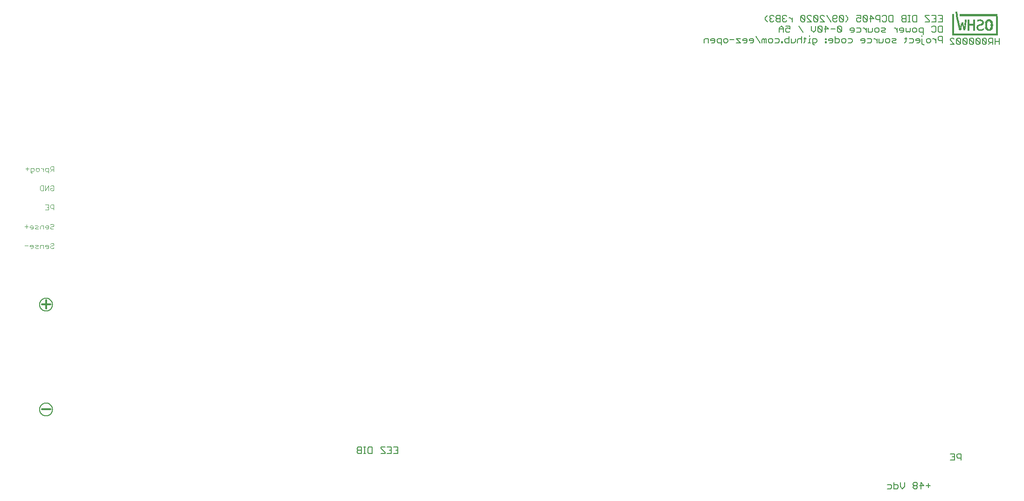
<source format=gbo>
G75*
%MOIN*%
%OFA0B0*%
%FSLAX25Y25*%
%IPPOS*%
%LPD*%
%AMOC8*
5,1,8,0,0,1.08239X$1,22.5*
%
%ADD10C,0.00500*%
%ADD11C,0.00400*%
%ADD12C,0.00800*%
%ADD13C,0.01200*%
%ADD14R,0.32700X0.00300*%
%ADD15R,0.01500X0.00300*%
%ADD16R,0.02700X0.00300*%
%ADD17R,0.03000X0.00300*%
%ADD18R,0.03600X0.00300*%
%ADD19R,0.04200X0.00300*%
%ADD20R,0.04800X0.00300*%
%ADD21R,0.04500X0.00300*%
%ADD22R,0.02100X0.00300*%
%ADD23R,0.01800X0.00300*%
%ADD24R,0.01200X0.00300*%
%ADD25R,0.00600X0.00300*%
%ADD26R,0.00900X0.00300*%
%ADD27R,0.02400X0.00300*%
%ADD28R,0.03300X0.00300*%
%ADD29R,0.05400X0.00300*%
%ADD30R,0.03900X0.00300*%
%ADD31R,0.27000X0.00300*%
%ADD32C,0.00600*%
D10*
X0345252Y0214551D02*
X0346002Y0213800D01*
X0348254Y0213800D01*
X0348254Y0218304D01*
X0346002Y0218304D01*
X0345252Y0217553D01*
X0345252Y0216803D01*
X0346002Y0216052D01*
X0348254Y0216052D01*
X0346002Y0216052D02*
X0345252Y0215301D01*
X0345252Y0214551D01*
X0349822Y0213800D02*
X0351324Y0213800D01*
X0350573Y0213800D02*
X0350573Y0218304D01*
X0351324Y0218304D02*
X0349822Y0218304D01*
X0352925Y0217553D02*
X0352925Y0214551D01*
X0353676Y0213800D01*
X0355927Y0213800D01*
X0355927Y0218304D01*
X0353676Y0218304D01*
X0352925Y0217553D01*
X0362133Y0217553D02*
X0365135Y0214551D01*
X0365135Y0213800D01*
X0362133Y0213800D01*
X0362133Y0217553D02*
X0362133Y0218304D01*
X0365135Y0218304D01*
X0366737Y0218304D02*
X0369739Y0218304D01*
X0369739Y0213800D01*
X0366737Y0213800D01*
X0368238Y0216052D02*
X0369739Y0216052D01*
X0371341Y0218304D02*
X0374343Y0218304D01*
X0374343Y0213800D01*
X0371341Y0213800D01*
X0372842Y0216052D02*
X0374343Y0216052D01*
X0724351Y0191537D02*
X0726603Y0191537D01*
X0727353Y0190786D01*
X0727353Y0189285D01*
X0726603Y0188534D01*
X0724351Y0188534D01*
X0728955Y0188534D02*
X0731207Y0188534D01*
X0731957Y0189285D01*
X0731957Y0190786D01*
X0731207Y0191537D01*
X0728955Y0191537D01*
X0728955Y0193038D02*
X0728955Y0188534D01*
X0733559Y0190036D02*
X0733559Y0193038D01*
X0736561Y0193038D02*
X0736561Y0190036D01*
X0735060Y0188534D01*
X0733559Y0190036D01*
X0742767Y0190036D02*
X0742767Y0189285D01*
X0743517Y0188534D01*
X0745019Y0188534D01*
X0745769Y0189285D01*
X0745769Y0190036D01*
X0745019Y0190786D01*
X0743517Y0190786D01*
X0742767Y0190036D01*
X0743517Y0190786D02*
X0742767Y0191537D01*
X0742767Y0192287D01*
X0743517Y0193038D01*
X0745019Y0193038D01*
X0745769Y0192287D01*
X0745769Y0191537D01*
X0745019Y0190786D01*
X0747371Y0190786D02*
X0750373Y0190786D01*
X0748121Y0193038D01*
X0748121Y0188534D01*
X0751974Y0190786D02*
X0754977Y0190786D01*
X0753476Y0192287D02*
X0753476Y0189285D01*
X0769237Y0209050D02*
X0772239Y0209050D01*
X0772239Y0213554D01*
X0769237Y0213554D01*
X0770738Y0211302D02*
X0772239Y0211302D01*
X0773841Y0211302D02*
X0774591Y0210551D01*
X0776843Y0210551D01*
X0776843Y0209050D02*
X0776843Y0213554D01*
X0774591Y0213554D01*
X0773841Y0212803D01*
X0773841Y0211302D01*
X0750549Y0506049D02*
X0749798Y0506049D01*
X0749047Y0506799D01*
X0749047Y0510553D01*
X0749047Y0512054D02*
X0749047Y0512804D01*
X0749781Y0513549D02*
X0749781Y0518053D01*
X0747529Y0518053D01*
X0746779Y0517302D01*
X0746779Y0515801D01*
X0747529Y0515050D01*
X0749781Y0515050D01*
X0745177Y0515801D02*
X0744427Y0515050D01*
X0742926Y0515050D01*
X0742175Y0515801D01*
X0742175Y0517302D01*
X0742926Y0518053D01*
X0744427Y0518053D01*
X0745177Y0517302D01*
X0745177Y0515801D01*
X0740574Y0515801D02*
X0739823Y0515050D01*
X0739072Y0515801D01*
X0738322Y0515050D01*
X0737571Y0515801D01*
X0737571Y0518053D01*
X0735970Y0517302D02*
X0735219Y0518053D01*
X0733718Y0518053D01*
X0732967Y0517302D01*
X0732967Y0516551D01*
X0735970Y0516551D01*
X0735970Y0515801D02*
X0735970Y0517302D01*
X0735970Y0515801D02*
X0735219Y0515050D01*
X0733718Y0515050D01*
X0731366Y0515050D02*
X0731366Y0518053D01*
X0729864Y0518053D02*
X0729114Y0518053D01*
X0729864Y0518053D02*
X0731366Y0516551D01*
X0729848Y0510553D02*
X0727596Y0510553D01*
X0728346Y0509051D02*
X0729848Y0509051D01*
X0730598Y0509802D01*
X0729848Y0510553D01*
X0728346Y0509051D02*
X0727596Y0508301D01*
X0728346Y0507550D01*
X0730598Y0507550D01*
X0725994Y0508301D02*
X0725244Y0507550D01*
X0723743Y0507550D01*
X0722992Y0508301D01*
X0722992Y0509802D01*
X0723743Y0510553D01*
X0725244Y0510553D01*
X0725994Y0509802D01*
X0725994Y0508301D01*
X0721391Y0508301D02*
X0720640Y0507550D01*
X0718388Y0507550D01*
X0718388Y0510553D01*
X0716787Y0510553D02*
X0716787Y0507550D01*
X0716787Y0509051D02*
X0715285Y0510553D01*
X0714535Y0510553D01*
X0712950Y0509802D02*
X0712950Y0508301D01*
X0712199Y0507550D01*
X0709947Y0507550D01*
X0708346Y0508301D02*
X0708346Y0509802D01*
X0707595Y0510553D01*
X0706094Y0510553D01*
X0705344Y0509802D01*
X0705344Y0509051D01*
X0708346Y0509051D01*
X0708346Y0508301D02*
X0707595Y0507550D01*
X0706094Y0507550D01*
X0709947Y0510553D02*
X0712199Y0510553D01*
X0712950Y0509802D01*
X0712967Y0515050D02*
X0710715Y0515050D01*
X0710715Y0518053D01*
X0709113Y0518053D02*
X0709113Y0515050D01*
X0709113Y0516551D02*
X0707612Y0518053D01*
X0706861Y0518053D01*
X0705277Y0517302D02*
X0705277Y0515801D01*
X0704526Y0515050D01*
X0702274Y0515050D01*
X0700673Y0515801D02*
X0700673Y0517302D01*
X0699922Y0518053D01*
X0698421Y0518053D01*
X0697670Y0517302D01*
X0697670Y0516551D01*
X0700673Y0516551D01*
X0700673Y0515801D02*
X0699922Y0515050D01*
X0698421Y0515050D01*
X0698388Y0510553D02*
X0699138Y0509802D01*
X0699138Y0508301D01*
X0698388Y0507550D01*
X0696136Y0507550D01*
X0694534Y0508301D02*
X0693784Y0507550D01*
X0692282Y0507550D01*
X0691532Y0508301D01*
X0691532Y0509802D01*
X0692282Y0510553D01*
X0693784Y0510553D01*
X0694534Y0509802D01*
X0694534Y0508301D01*
X0696136Y0510553D02*
X0698388Y0510553D01*
X0702274Y0518053D02*
X0704526Y0518053D01*
X0705277Y0517302D01*
X0704526Y0522550D02*
X0703025Y0522550D01*
X0702274Y0523301D01*
X0702274Y0524802D01*
X0703025Y0525553D01*
X0703776Y0525553D01*
X0705277Y0524802D01*
X0705277Y0527054D01*
X0702274Y0527054D01*
X0706878Y0526303D02*
X0709881Y0523301D01*
X0709130Y0522550D01*
X0707629Y0522550D01*
X0706878Y0523301D01*
X0706878Y0526303D01*
X0707629Y0527054D01*
X0709130Y0527054D01*
X0709881Y0526303D01*
X0709881Y0523301D01*
X0711482Y0524802D02*
X0714485Y0524802D01*
X0712233Y0527054D01*
X0712233Y0522550D01*
X0716086Y0524802D02*
X0716837Y0524051D01*
X0719089Y0524051D01*
X0719089Y0522550D02*
X0719089Y0527054D01*
X0716837Y0527054D01*
X0716086Y0526303D01*
X0716086Y0524802D01*
X0720690Y0526303D02*
X0721441Y0527054D01*
X0722942Y0527054D01*
X0723692Y0526303D01*
X0723692Y0523301D01*
X0722942Y0522550D01*
X0721441Y0522550D01*
X0720690Y0523301D01*
X0725294Y0523301D02*
X0725294Y0526303D01*
X0726045Y0527054D01*
X0728296Y0527054D01*
X0728296Y0522550D01*
X0726045Y0522550D01*
X0725294Y0523301D01*
X0722175Y0518053D02*
X0719923Y0518053D01*
X0720673Y0516551D02*
X0719923Y0515801D01*
X0720673Y0515050D01*
X0722925Y0515050D01*
X0722175Y0516551D02*
X0722925Y0517302D01*
X0722175Y0518053D01*
X0722175Y0516551D02*
X0720673Y0516551D01*
X0718321Y0515801D02*
X0717571Y0515050D01*
X0716069Y0515050D01*
X0715319Y0515801D01*
X0715319Y0517302D01*
X0716069Y0518053D01*
X0717571Y0518053D01*
X0718321Y0517302D01*
X0718321Y0515801D01*
X0713717Y0515801D02*
X0712967Y0515050D01*
X0713717Y0515801D02*
X0713717Y0518053D01*
X0705277Y0523301D02*
X0704526Y0522550D01*
X0696069Y0524051D02*
X0696069Y0525553D01*
X0694568Y0527054D01*
X0693000Y0526303D02*
X0692249Y0527054D01*
X0690748Y0527054D01*
X0689997Y0526303D01*
X0693000Y0523301D01*
X0692249Y0522550D01*
X0690748Y0522550D01*
X0689997Y0523301D01*
X0689997Y0526303D01*
X0688396Y0526303D02*
X0688396Y0525553D01*
X0687645Y0524802D01*
X0685393Y0524802D01*
X0685393Y0526303D02*
X0686144Y0527054D01*
X0687645Y0527054D01*
X0688396Y0526303D01*
X0688396Y0523301D02*
X0687645Y0522550D01*
X0686144Y0522550D01*
X0685393Y0523301D01*
X0685393Y0526303D01*
X0683792Y0522550D02*
X0680789Y0527054D01*
X0679188Y0526303D02*
X0678437Y0527054D01*
X0676936Y0527054D01*
X0676185Y0526303D01*
X0676185Y0525553D01*
X0679188Y0522550D01*
X0676185Y0522550D01*
X0674584Y0523301D02*
X0671581Y0526303D01*
X0671581Y0523301D01*
X0672332Y0522550D01*
X0673833Y0522550D01*
X0674584Y0523301D01*
X0674584Y0526303D01*
X0673833Y0527054D01*
X0672332Y0527054D01*
X0671581Y0526303D01*
X0669980Y0526303D02*
X0669229Y0527054D01*
X0667728Y0527054D01*
X0666977Y0526303D01*
X0666977Y0525553D01*
X0669980Y0522550D01*
X0666977Y0522550D01*
X0665376Y0523301D02*
X0662374Y0526303D01*
X0662374Y0523301D01*
X0663124Y0522550D01*
X0664625Y0522550D01*
X0665376Y0523301D01*
X0665376Y0526303D01*
X0664625Y0527054D01*
X0663124Y0527054D01*
X0662374Y0526303D01*
X0656168Y0525553D02*
X0656168Y0522550D01*
X0656168Y0524051D02*
X0654667Y0525553D01*
X0653916Y0525553D01*
X0652332Y0526303D02*
X0651581Y0527054D01*
X0650080Y0527054D01*
X0649329Y0526303D01*
X0649329Y0525553D01*
X0650080Y0524802D01*
X0649329Y0524051D01*
X0649329Y0523301D01*
X0650080Y0522550D01*
X0651581Y0522550D01*
X0652332Y0523301D01*
X0650830Y0524802D02*
X0650080Y0524802D01*
X0647728Y0524802D02*
X0645476Y0524802D01*
X0644725Y0524051D01*
X0644725Y0523301D01*
X0645476Y0522550D01*
X0647728Y0522550D01*
X0647728Y0527054D01*
X0645476Y0527054D01*
X0644725Y0526303D01*
X0644725Y0525553D01*
X0645476Y0524802D01*
X0643124Y0526303D02*
X0642373Y0527054D01*
X0640872Y0527054D01*
X0640121Y0526303D01*
X0640121Y0525553D01*
X0640872Y0524802D01*
X0640121Y0524051D01*
X0640121Y0523301D01*
X0640872Y0522550D01*
X0642373Y0522550D01*
X0643124Y0523301D01*
X0641623Y0524802D02*
X0640872Y0524802D01*
X0638520Y0527054D02*
X0637019Y0525553D01*
X0637019Y0524051D01*
X0638520Y0522550D01*
X0647027Y0518053D02*
X0647027Y0515050D01*
X0647027Y0517302D02*
X0650030Y0517302D01*
X0650030Y0518053D02*
X0648528Y0519554D01*
X0647027Y0518053D01*
X0650030Y0518053D02*
X0650030Y0515050D01*
X0651631Y0515801D02*
X0652382Y0515050D01*
X0653883Y0515050D01*
X0654634Y0515801D01*
X0654634Y0517302D02*
X0653132Y0518053D01*
X0652382Y0518053D01*
X0651631Y0517302D01*
X0651631Y0515801D01*
X0654634Y0517302D02*
X0654634Y0519554D01*
X0651631Y0519554D01*
X0660839Y0519554D02*
X0663841Y0515050D01*
X0663074Y0512054D02*
X0663074Y0507550D01*
X0664642Y0507550D02*
X0665393Y0508301D01*
X0665393Y0511303D01*
X0666143Y0510553D02*
X0664642Y0510553D01*
X0663074Y0509802D02*
X0662324Y0510553D01*
X0660822Y0510553D01*
X0660072Y0509802D01*
X0660072Y0507550D01*
X0658470Y0508301D02*
X0657720Y0507550D01*
X0655468Y0507550D01*
X0655468Y0510553D01*
X0653866Y0510553D02*
X0651614Y0510553D01*
X0650864Y0509802D01*
X0650864Y0508301D01*
X0651614Y0507550D01*
X0653866Y0507550D01*
X0653866Y0512054D01*
X0658470Y0510553D02*
X0658470Y0508301D01*
X0649262Y0508301D02*
X0648512Y0508301D01*
X0648512Y0507550D01*
X0649262Y0507550D01*
X0649262Y0508301D01*
X0646960Y0508301D02*
X0646210Y0507550D01*
X0643958Y0507550D01*
X0642357Y0508301D02*
X0641606Y0507550D01*
X0640105Y0507550D01*
X0639354Y0508301D01*
X0639354Y0509802D01*
X0640105Y0510553D01*
X0641606Y0510553D01*
X0642357Y0509802D01*
X0642357Y0508301D01*
X0643958Y0510553D02*
X0646210Y0510553D01*
X0646960Y0509802D01*
X0646960Y0508301D01*
X0637753Y0507550D02*
X0637753Y0510553D01*
X0637002Y0510553D01*
X0636251Y0509802D01*
X0635501Y0510553D01*
X0634750Y0509802D01*
X0634750Y0507550D01*
X0636251Y0507550D02*
X0636251Y0509802D01*
X0633149Y0507550D02*
X0630146Y0512054D01*
X0628545Y0509802D02*
X0627794Y0510553D01*
X0626293Y0510553D01*
X0625542Y0509802D01*
X0625542Y0509051D01*
X0628545Y0509051D01*
X0628545Y0508301D02*
X0628545Y0509802D01*
X0628545Y0508301D02*
X0627794Y0507550D01*
X0626293Y0507550D01*
X0623941Y0508301D02*
X0623941Y0509802D01*
X0623190Y0510553D01*
X0621689Y0510553D01*
X0620938Y0509802D01*
X0620938Y0509051D01*
X0623941Y0509051D01*
X0623941Y0508301D02*
X0623190Y0507550D01*
X0621689Y0507550D01*
X0619337Y0507550D02*
X0616334Y0507550D01*
X0614733Y0509802D02*
X0611730Y0509802D01*
X0610129Y0509802D02*
X0610129Y0508301D01*
X0609378Y0507550D01*
X0607877Y0507550D01*
X0607126Y0508301D01*
X0607126Y0509802D01*
X0607877Y0510553D01*
X0609378Y0510553D01*
X0610129Y0509802D01*
X0605525Y0510553D02*
X0603273Y0510553D01*
X0602523Y0509802D01*
X0602523Y0508301D01*
X0603273Y0507550D01*
X0605525Y0507550D01*
X0605525Y0506049D02*
X0605525Y0510553D01*
X0600921Y0509802D02*
X0600171Y0510553D01*
X0598669Y0510553D01*
X0597919Y0509802D01*
X0597919Y0509051D01*
X0600921Y0509051D01*
X0600921Y0508301D02*
X0600921Y0509802D01*
X0600921Y0508301D02*
X0600171Y0507550D01*
X0598669Y0507550D01*
X0596317Y0507550D02*
X0596317Y0510553D01*
X0594065Y0510553D01*
X0593315Y0509802D01*
X0593315Y0507550D01*
X0616334Y0510553D02*
X0619337Y0507550D01*
X0619337Y0510553D02*
X0616334Y0510553D01*
X0667711Y0507550D02*
X0669213Y0507550D01*
X0668462Y0507550D02*
X0668462Y0510553D01*
X0669213Y0510553D01*
X0670814Y0510553D02*
X0670814Y0506799D01*
X0671565Y0506049D01*
X0672315Y0506049D01*
X0673066Y0507550D02*
X0670814Y0507550D01*
X0673066Y0507550D02*
X0673817Y0508301D01*
X0673817Y0509802D01*
X0673066Y0510553D01*
X0670814Y0510553D01*
X0668462Y0512054D02*
X0668462Y0512804D01*
X0671548Y0515050D02*
X0670047Y0516551D01*
X0670047Y0519554D01*
X0673049Y0519554D02*
X0673049Y0516551D01*
X0671548Y0515050D01*
X0674651Y0515801D02*
X0675401Y0515050D01*
X0676903Y0515050D01*
X0677653Y0515801D01*
X0674651Y0518803D01*
X0674651Y0515801D01*
X0674651Y0518803D02*
X0675401Y0519554D01*
X0676903Y0519554D01*
X0677653Y0518803D01*
X0677653Y0515801D01*
X0679255Y0517302D02*
X0682257Y0517302D01*
X0680005Y0519554D01*
X0680005Y0515050D01*
X0683859Y0517302D02*
X0686861Y0517302D01*
X0688462Y0518803D02*
X0689213Y0519554D01*
X0690714Y0519554D01*
X0691465Y0518803D01*
X0691465Y0515801D01*
X0688462Y0518803D01*
X0688462Y0515801D01*
X0689213Y0515050D01*
X0690714Y0515050D01*
X0691465Y0515801D01*
X0689180Y0510553D02*
X0686928Y0510553D01*
X0686928Y0512054D02*
X0686928Y0507550D01*
X0689180Y0507550D01*
X0689930Y0508301D01*
X0689930Y0509802D01*
X0689180Y0510553D01*
X0685326Y0509802D02*
X0684576Y0510553D01*
X0683075Y0510553D01*
X0682324Y0509802D01*
X0682324Y0509051D01*
X0685326Y0509051D01*
X0685326Y0508301D02*
X0685326Y0509802D01*
X0685326Y0508301D02*
X0684576Y0507550D01*
X0683075Y0507550D01*
X0680723Y0507550D02*
X0680723Y0508301D01*
X0679972Y0508301D01*
X0679972Y0507550D01*
X0680723Y0507550D01*
X0680723Y0509802D02*
X0680723Y0510553D01*
X0679972Y0510553D01*
X0679972Y0509802D01*
X0680723Y0509802D01*
X0693000Y0523301D02*
X0693000Y0526303D01*
X0696069Y0524051D02*
X0694568Y0522550D01*
X0721391Y0510553D02*
X0721391Y0508301D01*
X0736770Y0507550D02*
X0737521Y0508301D01*
X0737521Y0511303D01*
X0738272Y0510553D02*
X0736770Y0510553D01*
X0739873Y0510553D02*
X0742125Y0510553D01*
X0742876Y0509802D01*
X0742876Y0508301D01*
X0742125Y0507550D01*
X0739873Y0507550D01*
X0744477Y0509051D02*
X0747479Y0509051D01*
X0747479Y0508301D02*
X0747479Y0509802D01*
X0746729Y0510553D01*
X0745228Y0510553D01*
X0744477Y0509802D01*
X0744477Y0509051D01*
X0745228Y0507550D02*
X0746729Y0507550D01*
X0747479Y0508301D01*
X0752150Y0508301D02*
X0752150Y0509802D01*
X0752901Y0510553D01*
X0754402Y0510553D01*
X0755153Y0509802D01*
X0755153Y0508301D01*
X0754402Y0507550D01*
X0752901Y0507550D01*
X0752150Y0508301D01*
X0756737Y0510553D02*
X0757488Y0510553D01*
X0758989Y0509051D01*
X0758989Y0507550D02*
X0758989Y0510553D01*
X0760591Y0511303D02*
X0760591Y0509802D01*
X0761341Y0509051D01*
X0763593Y0509051D01*
X0763593Y0507550D02*
X0763593Y0512054D01*
X0761341Y0512054D01*
X0760591Y0511303D01*
X0761341Y0515050D02*
X0760591Y0515801D01*
X0760591Y0518803D01*
X0761341Y0519554D01*
X0763593Y0519554D01*
X0763593Y0515050D01*
X0761341Y0515050D01*
X0758989Y0515801D02*
X0758239Y0515050D01*
X0756737Y0515050D01*
X0755987Y0515801D01*
X0755987Y0518803D02*
X0756737Y0519554D01*
X0758239Y0519554D01*
X0758989Y0518803D01*
X0758989Y0515801D01*
X0758989Y0522550D02*
X0755987Y0522550D01*
X0754385Y0522550D02*
X0751383Y0522550D01*
X0754385Y0522550D02*
X0754385Y0523301D01*
X0751383Y0526303D01*
X0751383Y0527054D01*
X0754385Y0527054D01*
X0755987Y0527054D02*
X0758989Y0527054D01*
X0758989Y0522550D01*
X0760591Y0522550D02*
X0763593Y0522550D01*
X0763593Y0527054D01*
X0760591Y0527054D01*
X0762092Y0524802D02*
X0763593Y0524802D01*
X0758989Y0524802D02*
X0757488Y0524802D01*
X0745177Y0527054D02*
X0745177Y0522550D01*
X0742926Y0522550D01*
X0742175Y0523301D01*
X0742175Y0526303D01*
X0742926Y0527054D01*
X0745177Y0527054D01*
X0740574Y0527054D02*
X0739072Y0527054D01*
X0739823Y0527054D02*
X0739823Y0522550D01*
X0740574Y0522550D02*
X0739072Y0522550D01*
X0737504Y0522550D02*
X0735252Y0522550D01*
X0734502Y0523301D01*
X0734502Y0524051D01*
X0735252Y0524802D01*
X0737504Y0524802D01*
X0735252Y0524802D02*
X0734502Y0525553D01*
X0734502Y0526303D01*
X0735252Y0527054D01*
X0737504Y0527054D01*
X0737504Y0522550D01*
X0740574Y0518053D02*
X0740574Y0515801D01*
D11*
X0128393Y0419103D02*
X0128393Y0415500D01*
X0128393Y0416701D02*
X0126592Y0416701D01*
X0125991Y0417302D01*
X0125991Y0418503D01*
X0126592Y0419103D01*
X0128393Y0419103D01*
X0127192Y0416701D02*
X0125991Y0415500D01*
X0124710Y0415500D02*
X0122908Y0415500D01*
X0122308Y0416101D01*
X0122308Y0417302D01*
X0122908Y0417902D01*
X0124710Y0417902D01*
X0124710Y0414299D01*
X0121027Y0415500D02*
X0121027Y0417902D01*
X0121027Y0416701D02*
X0119826Y0417902D01*
X0119225Y0417902D01*
X0117958Y0417302D02*
X0117958Y0416101D01*
X0117357Y0415500D01*
X0116156Y0415500D01*
X0115556Y0416101D01*
X0115556Y0417302D01*
X0116156Y0417902D01*
X0117357Y0417902D01*
X0117958Y0417302D01*
X0114274Y0417302D02*
X0114274Y0416101D01*
X0113674Y0415500D01*
X0111872Y0415500D01*
X0111872Y0414899D02*
X0111872Y0417902D01*
X0113674Y0417902D01*
X0114274Y0417302D01*
X0113073Y0414299D02*
X0112473Y0414299D01*
X0111872Y0414899D01*
X0110591Y0417302D02*
X0108189Y0417302D01*
X0109390Y0418503D02*
X0109390Y0416101D01*
X0119225Y0405353D02*
X0121027Y0405353D01*
X0121027Y0401750D01*
X0119225Y0401750D01*
X0118625Y0402351D01*
X0118625Y0404753D01*
X0119225Y0405353D01*
X0122308Y0405353D02*
X0122308Y0401750D01*
X0124710Y0405353D01*
X0124710Y0401750D01*
X0125991Y0402351D02*
X0125991Y0403552D01*
X0127192Y0403552D01*
X0125991Y0404753D02*
X0126592Y0405353D01*
X0127793Y0405353D01*
X0128393Y0404753D01*
X0128393Y0402351D01*
X0127793Y0401750D01*
X0126592Y0401750D01*
X0125991Y0402351D01*
X0126592Y0391603D02*
X0125991Y0391003D01*
X0125991Y0389802D01*
X0126592Y0389201D01*
X0128393Y0389201D01*
X0128393Y0388000D02*
X0128393Y0391603D01*
X0126592Y0391603D01*
X0124710Y0391603D02*
X0124710Y0388000D01*
X0122308Y0388000D01*
X0123509Y0389802D02*
X0124710Y0389802D01*
X0124710Y0391603D02*
X0122308Y0391603D01*
X0126592Y0377853D02*
X0127793Y0377853D01*
X0128393Y0377253D01*
X0128393Y0376652D01*
X0127793Y0376052D01*
X0126592Y0376052D01*
X0125991Y0375451D01*
X0125991Y0374851D01*
X0126592Y0374250D01*
X0127793Y0374250D01*
X0128393Y0374851D01*
X0125991Y0377253D02*
X0126592Y0377853D01*
X0124710Y0376052D02*
X0124110Y0376652D01*
X0122908Y0376652D01*
X0122308Y0376052D01*
X0122308Y0375451D01*
X0124710Y0375451D01*
X0124710Y0374851D02*
X0124710Y0376052D01*
X0124710Y0374851D02*
X0124110Y0374250D01*
X0122908Y0374250D01*
X0121027Y0374250D02*
X0121027Y0376652D01*
X0119225Y0376652D01*
X0118625Y0376052D01*
X0118625Y0374250D01*
X0117344Y0374250D02*
X0115542Y0374250D01*
X0114942Y0374851D01*
X0115542Y0375451D01*
X0116743Y0375451D01*
X0117344Y0376052D01*
X0116743Y0376652D01*
X0114942Y0376652D01*
X0113661Y0376052D02*
X0113060Y0376652D01*
X0111859Y0376652D01*
X0111259Y0376052D01*
X0111259Y0375451D01*
X0113661Y0375451D01*
X0113661Y0374851D02*
X0113661Y0376052D01*
X0113661Y0374851D02*
X0113060Y0374250D01*
X0111859Y0374250D01*
X0109977Y0376052D02*
X0107575Y0376052D01*
X0108776Y0377253D02*
X0108776Y0374851D01*
X0111859Y0362902D02*
X0111259Y0362302D01*
X0111259Y0361701D01*
X0113661Y0361701D01*
X0113661Y0361101D02*
X0113661Y0362302D01*
X0113060Y0362902D01*
X0111859Y0362902D01*
X0109977Y0362302D02*
X0107575Y0362302D01*
X0111859Y0360500D02*
X0113060Y0360500D01*
X0113661Y0361101D01*
X0114942Y0361101D02*
X0115542Y0361701D01*
X0116743Y0361701D01*
X0117344Y0362302D01*
X0116743Y0362902D01*
X0114942Y0362902D01*
X0114942Y0361101D02*
X0115542Y0360500D01*
X0117344Y0360500D01*
X0118625Y0360500D02*
X0118625Y0362302D01*
X0119225Y0362902D01*
X0121027Y0362902D01*
X0121027Y0360500D01*
X0122308Y0361701D02*
X0124710Y0361701D01*
X0124710Y0361101D02*
X0124710Y0362302D01*
X0124110Y0362902D01*
X0122908Y0362902D01*
X0122308Y0362302D01*
X0122308Y0361701D01*
X0122908Y0360500D02*
X0124110Y0360500D01*
X0124710Y0361101D01*
X0125991Y0361101D02*
X0126592Y0360500D01*
X0127793Y0360500D01*
X0128393Y0361101D01*
X0127793Y0362302D02*
X0126592Y0362302D01*
X0125991Y0361701D01*
X0125991Y0361101D01*
X0127793Y0362302D02*
X0128393Y0362902D01*
X0128393Y0363503D01*
X0127793Y0364103D01*
X0126592Y0364103D01*
X0125991Y0363503D01*
D12*
X0118243Y0320300D02*
X0118245Y0320435D01*
X0118251Y0320570D01*
X0118261Y0320705D01*
X0118275Y0320839D01*
X0118292Y0320973D01*
X0118314Y0321106D01*
X0118340Y0321239D01*
X0118369Y0321371D01*
X0118403Y0321501D01*
X0118440Y0321631D01*
X0118481Y0321760D01*
X0118526Y0321887D01*
X0118574Y0322013D01*
X0118626Y0322138D01*
X0118682Y0322261D01*
X0118741Y0322382D01*
X0118804Y0322502D01*
X0118871Y0322619D01*
X0118940Y0322735D01*
X0119014Y0322849D01*
X0119090Y0322960D01*
X0119170Y0323069D01*
X0119253Y0323176D01*
X0119339Y0323280D01*
X0119428Y0323381D01*
X0119519Y0323480D01*
X0119614Y0323576D01*
X0119712Y0323670D01*
X0119812Y0323760D01*
X0119915Y0323848D01*
X0120020Y0323932D01*
X0120128Y0324014D01*
X0120238Y0324092D01*
X0120351Y0324166D01*
X0120465Y0324238D01*
X0120582Y0324306D01*
X0120701Y0324371D01*
X0120821Y0324432D01*
X0120943Y0324489D01*
X0121067Y0324543D01*
X0121192Y0324594D01*
X0121319Y0324640D01*
X0121447Y0324683D01*
X0121577Y0324722D01*
X0121707Y0324757D01*
X0121838Y0324789D01*
X0121970Y0324816D01*
X0122103Y0324840D01*
X0122237Y0324860D01*
X0122371Y0324876D01*
X0122506Y0324888D01*
X0122640Y0324896D01*
X0122775Y0324900D01*
X0122911Y0324900D01*
X0123046Y0324896D01*
X0123180Y0324888D01*
X0123315Y0324876D01*
X0123449Y0324860D01*
X0123583Y0324840D01*
X0123716Y0324816D01*
X0123848Y0324789D01*
X0123979Y0324757D01*
X0124109Y0324722D01*
X0124239Y0324683D01*
X0124367Y0324640D01*
X0124494Y0324594D01*
X0124619Y0324543D01*
X0124743Y0324489D01*
X0124865Y0324432D01*
X0124985Y0324371D01*
X0125104Y0324306D01*
X0125221Y0324238D01*
X0125335Y0324166D01*
X0125448Y0324092D01*
X0125558Y0324014D01*
X0125666Y0323932D01*
X0125771Y0323848D01*
X0125874Y0323760D01*
X0125974Y0323670D01*
X0126072Y0323576D01*
X0126167Y0323480D01*
X0126258Y0323381D01*
X0126347Y0323280D01*
X0126433Y0323176D01*
X0126516Y0323069D01*
X0126596Y0322960D01*
X0126672Y0322849D01*
X0126746Y0322735D01*
X0126815Y0322619D01*
X0126882Y0322502D01*
X0126945Y0322382D01*
X0127004Y0322261D01*
X0127060Y0322138D01*
X0127112Y0322013D01*
X0127160Y0321887D01*
X0127205Y0321760D01*
X0127246Y0321631D01*
X0127283Y0321501D01*
X0127317Y0321371D01*
X0127346Y0321239D01*
X0127372Y0321106D01*
X0127394Y0320973D01*
X0127411Y0320839D01*
X0127425Y0320705D01*
X0127435Y0320570D01*
X0127441Y0320435D01*
X0127443Y0320300D01*
X0127441Y0320165D01*
X0127435Y0320030D01*
X0127425Y0319895D01*
X0127411Y0319761D01*
X0127394Y0319627D01*
X0127372Y0319494D01*
X0127346Y0319361D01*
X0127317Y0319229D01*
X0127283Y0319099D01*
X0127246Y0318969D01*
X0127205Y0318840D01*
X0127160Y0318713D01*
X0127112Y0318587D01*
X0127060Y0318462D01*
X0127004Y0318339D01*
X0126945Y0318218D01*
X0126882Y0318098D01*
X0126815Y0317981D01*
X0126746Y0317865D01*
X0126672Y0317751D01*
X0126596Y0317640D01*
X0126516Y0317531D01*
X0126433Y0317424D01*
X0126347Y0317320D01*
X0126258Y0317219D01*
X0126167Y0317120D01*
X0126072Y0317024D01*
X0125974Y0316930D01*
X0125874Y0316840D01*
X0125771Y0316752D01*
X0125666Y0316668D01*
X0125558Y0316586D01*
X0125448Y0316508D01*
X0125335Y0316434D01*
X0125221Y0316362D01*
X0125104Y0316294D01*
X0124985Y0316229D01*
X0124865Y0316168D01*
X0124743Y0316111D01*
X0124619Y0316057D01*
X0124494Y0316006D01*
X0124367Y0315960D01*
X0124239Y0315917D01*
X0124109Y0315878D01*
X0123979Y0315843D01*
X0123848Y0315811D01*
X0123716Y0315784D01*
X0123583Y0315760D01*
X0123449Y0315740D01*
X0123315Y0315724D01*
X0123180Y0315712D01*
X0123046Y0315704D01*
X0122911Y0315700D01*
X0122775Y0315700D01*
X0122640Y0315704D01*
X0122506Y0315712D01*
X0122371Y0315724D01*
X0122237Y0315740D01*
X0122103Y0315760D01*
X0121970Y0315784D01*
X0121838Y0315811D01*
X0121707Y0315843D01*
X0121577Y0315878D01*
X0121447Y0315917D01*
X0121319Y0315960D01*
X0121192Y0316006D01*
X0121067Y0316057D01*
X0120943Y0316111D01*
X0120821Y0316168D01*
X0120701Y0316229D01*
X0120582Y0316294D01*
X0120465Y0316362D01*
X0120351Y0316434D01*
X0120238Y0316508D01*
X0120128Y0316586D01*
X0120020Y0316668D01*
X0119915Y0316752D01*
X0119812Y0316840D01*
X0119712Y0316930D01*
X0119614Y0317024D01*
X0119519Y0317120D01*
X0119428Y0317219D01*
X0119339Y0317320D01*
X0119253Y0317424D01*
X0119170Y0317531D01*
X0119090Y0317640D01*
X0119014Y0317751D01*
X0118940Y0317865D01*
X0118871Y0317981D01*
X0118804Y0318098D01*
X0118741Y0318218D01*
X0118682Y0318339D01*
X0118626Y0318462D01*
X0118574Y0318587D01*
X0118526Y0318713D01*
X0118481Y0318840D01*
X0118440Y0318969D01*
X0118403Y0319099D01*
X0118369Y0319229D01*
X0118340Y0319361D01*
X0118314Y0319494D01*
X0118292Y0319627D01*
X0118275Y0319761D01*
X0118261Y0319895D01*
X0118251Y0320030D01*
X0118245Y0320165D01*
X0118243Y0320300D01*
X0118243Y0245300D02*
X0118245Y0245435D01*
X0118251Y0245570D01*
X0118261Y0245705D01*
X0118275Y0245839D01*
X0118292Y0245973D01*
X0118314Y0246106D01*
X0118340Y0246239D01*
X0118369Y0246371D01*
X0118403Y0246501D01*
X0118440Y0246631D01*
X0118481Y0246760D01*
X0118526Y0246887D01*
X0118574Y0247013D01*
X0118626Y0247138D01*
X0118682Y0247261D01*
X0118741Y0247382D01*
X0118804Y0247502D01*
X0118871Y0247619D01*
X0118940Y0247735D01*
X0119014Y0247849D01*
X0119090Y0247960D01*
X0119170Y0248069D01*
X0119253Y0248176D01*
X0119339Y0248280D01*
X0119428Y0248381D01*
X0119519Y0248480D01*
X0119614Y0248576D01*
X0119712Y0248670D01*
X0119812Y0248760D01*
X0119915Y0248848D01*
X0120020Y0248932D01*
X0120128Y0249014D01*
X0120238Y0249092D01*
X0120351Y0249166D01*
X0120465Y0249238D01*
X0120582Y0249306D01*
X0120701Y0249371D01*
X0120821Y0249432D01*
X0120943Y0249489D01*
X0121067Y0249543D01*
X0121192Y0249594D01*
X0121319Y0249640D01*
X0121447Y0249683D01*
X0121577Y0249722D01*
X0121707Y0249757D01*
X0121838Y0249789D01*
X0121970Y0249816D01*
X0122103Y0249840D01*
X0122237Y0249860D01*
X0122371Y0249876D01*
X0122506Y0249888D01*
X0122640Y0249896D01*
X0122775Y0249900D01*
X0122911Y0249900D01*
X0123046Y0249896D01*
X0123180Y0249888D01*
X0123315Y0249876D01*
X0123449Y0249860D01*
X0123583Y0249840D01*
X0123716Y0249816D01*
X0123848Y0249789D01*
X0123979Y0249757D01*
X0124109Y0249722D01*
X0124239Y0249683D01*
X0124367Y0249640D01*
X0124494Y0249594D01*
X0124619Y0249543D01*
X0124743Y0249489D01*
X0124865Y0249432D01*
X0124985Y0249371D01*
X0125104Y0249306D01*
X0125221Y0249238D01*
X0125335Y0249166D01*
X0125448Y0249092D01*
X0125558Y0249014D01*
X0125666Y0248932D01*
X0125771Y0248848D01*
X0125874Y0248760D01*
X0125974Y0248670D01*
X0126072Y0248576D01*
X0126167Y0248480D01*
X0126258Y0248381D01*
X0126347Y0248280D01*
X0126433Y0248176D01*
X0126516Y0248069D01*
X0126596Y0247960D01*
X0126672Y0247849D01*
X0126746Y0247735D01*
X0126815Y0247619D01*
X0126882Y0247502D01*
X0126945Y0247382D01*
X0127004Y0247261D01*
X0127060Y0247138D01*
X0127112Y0247013D01*
X0127160Y0246887D01*
X0127205Y0246760D01*
X0127246Y0246631D01*
X0127283Y0246501D01*
X0127317Y0246371D01*
X0127346Y0246239D01*
X0127372Y0246106D01*
X0127394Y0245973D01*
X0127411Y0245839D01*
X0127425Y0245705D01*
X0127435Y0245570D01*
X0127441Y0245435D01*
X0127443Y0245300D01*
X0127441Y0245165D01*
X0127435Y0245030D01*
X0127425Y0244895D01*
X0127411Y0244761D01*
X0127394Y0244627D01*
X0127372Y0244494D01*
X0127346Y0244361D01*
X0127317Y0244229D01*
X0127283Y0244099D01*
X0127246Y0243969D01*
X0127205Y0243840D01*
X0127160Y0243713D01*
X0127112Y0243587D01*
X0127060Y0243462D01*
X0127004Y0243339D01*
X0126945Y0243218D01*
X0126882Y0243098D01*
X0126815Y0242981D01*
X0126746Y0242865D01*
X0126672Y0242751D01*
X0126596Y0242640D01*
X0126516Y0242531D01*
X0126433Y0242424D01*
X0126347Y0242320D01*
X0126258Y0242219D01*
X0126167Y0242120D01*
X0126072Y0242024D01*
X0125974Y0241930D01*
X0125874Y0241840D01*
X0125771Y0241752D01*
X0125666Y0241668D01*
X0125558Y0241586D01*
X0125448Y0241508D01*
X0125335Y0241434D01*
X0125221Y0241362D01*
X0125104Y0241294D01*
X0124985Y0241229D01*
X0124865Y0241168D01*
X0124743Y0241111D01*
X0124619Y0241057D01*
X0124494Y0241006D01*
X0124367Y0240960D01*
X0124239Y0240917D01*
X0124109Y0240878D01*
X0123979Y0240843D01*
X0123848Y0240811D01*
X0123716Y0240784D01*
X0123583Y0240760D01*
X0123449Y0240740D01*
X0123315Y0240724D01*
X0123180Y0240712D01*
X0123046Y0240704D01*
X0122911Y0240700D01*
X0122775Y0240700D01*
X0122640Y0240704D01*
X0122506Y0240712D01*
X0122371Y0240724D01*
X0122237Y0240740D01*
X0122103Y0240760D01*
X0121970Y0240784D01*
X0121838Y0240811D01*
X0121707Y0240843D01*
X0121577Y0240878D01*
X0121447Y0240917D01*
X0121319Y0240960D01*
X0121192Y0241006D01*
X0121067Y0241057D01*
X0120943Y0241111D01*
X0120821Y0241168D01*
X0120701Y0241229D01*
X0120582Y0241294D01*
X0120465Y0241362D01*
X0120351Y0241434D01*
X0120238Y0241508D01*
X0120128Y0241586D01*
X0120020Y0241668D01*
X0119915Y0241752D01*
X0119812Y0241840D01*
X0119712Y0241930D01*
X0119614Y0242024D01*
X0119519Y0242120D01*
X0119428Y0242219D01*
X0119339Y0242320D01*
X0119253Y0242424D01*
X0119170Y0242531D01*
X0119090Y0242640D01*
X0119014Y0242751D01*
X0118940Y0242865D01*
X0118871Y0242981D01*
X0118804Y0243098D01*
X0118741Y0243218D01*
X0118682Y0243339D01*
X0118626Y0243462D01*
X0118574Y0243587D01*
X0118526Y0243713D01*
X0118481Y0243840D01*
X0118440Y0243969D01*
X0118403Y0244099D01*
X0118369Y0244229D01*
X0118340Y0244361D01*
X0118314Y0244494D01*
X0118292Y0244627D01*
X0118275Y0244761D01*
X0118261Y0244895D01*
X0118251Y0245030D01*
X0118245Y0245165D01*
X0118243Y0245300D01*
D13*
X0119843Y0245300D02*
X0125843Y0245300D01*
X0122843Y0317300D02*
X0122843Y0323300D01*
X0119843Y0320300D02*
X0125843Y0320300D01*
D14*
X0786843Y0512700D03*
X0786843Y0513000D03*
X0786843Y0513300D03*
X0786843Y0513600D03*
X0786843Y0513900D03*
D15*
X0786243Y0516000D03*
X0786243Y0516300D03*
X0786243Y0516600D03*
X0786243Y0516900D03*
X0786243Y0517200D03*
X0786243Y0517500D03*
X0786243Y0517800D03*
X0786243Y0518100D03*
X0786243Y0518400D03*
X0786243Y0518700D03*
X0786243Y0519000D03*
X0786243Y0519300D03*
X0786243Y0519600D03*
X0786243Y0521100D03*
X0786243Y0521400D03*
X0786243Y0521700D03*
X0786243Y0522000D03*
X0786243Y0522300D03*
X0786243Y0522600D03*
X0786243Y0522900D03*
X0786243Y0523200D03*
X0786243Y0523500D03*
X0786243Y0523800D03*
X0782343Y0523800D03*
X0782343Y0523500D03*
X0782343Y0523200D03*
X0782343Y0522900D03*
X0782343Y0522600D03*
X0782343Y0522300D03*
X0782343Y0522000D03*
X0782343Y0521700D03*
X0782343Y0521400D03*
X0782343Y0521100D03*
X0782343Y0519600D03*
X0782343Y0519300D03*
X0782343Y0519000D03*
X0782343Y0518700D03*
X0782343Y0518400D03*
X0782343Y0518100D03*
X0782343Y0517800D03*
X0782343Y0517500D03*
X0782343Y0517200D03*
X0782343Y0516900D03*
X0782343Y0516600D03*
X0782343Y0516300D03*
X0782343Y0516000D03*
X0779343Y0516300D03*
X0779343Y0516600D03*
X0779343Y0516900D03*
X0779343Y0517200D03*
X0776343Y0516600D03*
X0776343Y0516300D03*
X0777843Y0521100D03*
X0777843Y0521400D03*
X0777843Y0521700D03*
X0774843Y0522600D03*
X0771243Y0522600D03*
X0771243Y0522900D03*
X0771243Y0523200D03*
X0771243Y0523500D03*
X0771243Y0523800D03*
X0771243Y0524100D03*
X0771243Y0524400D03*
X0771243Y0524700D03*
X0771243Y0525000D03*
X0771243Y0525300D03*
X0771243Y0525600D03*
X0771243Y0525900D03*
X0771243Y0526200D03*
X0771243Y0526500D03*
X0771243Y0526800D03*
X0771243Y0527100D03*
X0771243Y0527400D03*
X0771243Y0527700D03*
X0773643Y0528300D03*
X0773943Y0526800D03*
X0771243Y0522300D03*
X0771243Y0522000D03*
X0771243Y0521700D03*
X0771243Y0521400D03*
X0771243Y0521100D03*
X0771243Y0520800D03*
X0771243Y0520500D03*
X0771243Y0520200D03*
X0771243Y0519900D03*
X0771243Y0519600D03*
X0771243Y0519300D03*
X0771243Y0519000D03*
X0771243Y0518700D03*
X0771243Y0518400D03*
X0771243Y0518100D03*
X0771243Y0517800D03*
X0771243Y0517500D03*
X0771243Y0517200D03*
X0771243Y0516900D03*
X0771243Y0516600D03*
X0771243Y0516300D03*
X0771243Y0516000D03*
X0771243Y0515700D03*
X0771243Y0515400D03*
X0771243Y0515100D03*
X0771243Y0514800D03*
X0771243Y0514500D03*
X0771243Y0514200D03*
X0788643Y0517800D03*
X0788643Y0518100D03*
X0788643Y0518400D03*
X0788643Y0518700D03*
X0788943Y0519000D03*
X0788943Y0517200D03*
X0792543Y0521400D03*
X0792543Y0521700D03*
X0792543Y0522000D03*
X0792543Y0522300D03*
X0794943Y0521400D03*
X0794943Y0521100D03*
X0794943Y0520800D03*
X0794943Y0520500D03*
X0794943Y0520200D03*
X0794943Y0519900D03*
X0794943Y0519600D03*
X0794943Y0519300D03*
X0794943Y0519000D03*
X0794943Y0518700D03*
X0794943Y0518400D03*
X0798843Y0518400D03*
X0798843Y0518700D03*
X0798843Y0519000D03*
X0798843Y0520800D03*
X0798843Y0521100D03*
X0798843Y0521400D03*
X0797043Y0524100D03*
X0795243Y0522300D03*
X0802443Y0522300D03*
X0802443Y0522600D03*
X0802443Y0522900D03*
X0802443Y0523200D03*
X0802443Y0523500D03*
X0802443Y0523800D03*
X0802443Y0524100D03*
X0802443Y0524400D03*
X0802443Y0524700D03*
X0802443Y0525000D03*
X0802443Y0525300D03*
X0802443Y0525600D03*
X0802443Y0525900D03*
X0802443Y0526200D03*
X0802443Y0522000D03*
X0802443Y0521700D03*
X0802443Y0521400D03*
X0802443Y0521100D03*
X0802443Y0520800D03*
X0802443Y0520500D03*
X0802443Y0520200D03*
X0802443Y0519900D03*
X0802443Y0519600D03*
X0802443Y0519300D03*
X0802443Y0519000D03*
X0802443Y0518700D03*
X0802443Y0518400D03*
X0802443Y0518100D03*
X0802443Y0517800D03*
X0802443Y0517500D03*
X0802443Y0517200D03*
X0802443Y0516900D03*
X0802443Y0516600D03*
X0802443Y0516300D03*
X0802443Y0516000D03*
X0802443Y0515700D03*
X0802443Y0515400D03*
X0802443Y0515100D03*
X0802443Y0514800D03*
X0802443Y0514500D03*
X0802443Y0514200D03*
D16*
X0797043Y0516000D03*
D17*
X0790893Y0516000D03*
X0790293Y0523800D03*
X0796893Y0523800D03*
D18*
X0796893Y0523500D03*
X0790893Y0520200D03*
X0790293Y0519900D03*
X0796893Y0516300D03*
D19*
X0796893Y0516600D03*
X0790893Y0516300D03*
X0790593Y0523200D03*
X0796893Y0523200D03*
D20*
X0796893Y0522900D03*
X0790893Y0516600D03*
D21*
X0797043Y0516900D03*
D22*
X0795543Y0517200D03*
X0792243Y0516900D03*
X0789243Y0516900D03*
X0789243Y0519300D03*
X0791943Y0520800D03*
X0779343Y0518700D03*
X0779343Y0518400D03*
X0779343Y0518100D03*
X0777843Y0519900D03*
X0777843Y0520200D03*
X0776343Y0518100D03*
X0776343Y0517800D03*
D23*
X0776193Y0517500D03*
X0776193Y0517200D03*
X0776193Y0516900D03*
X0779193Y0517500D03*
X0779193Y0517800D03*
X0777693Y0520500D03*
X0777693Y0520800D03*
X0792093Y0522900D03*
X0792393Y0521100D03*
X0795093Y0521700D03*
X0795093Y0522000D03*
X0795393Y0522600D03*
X0798393Y0522600D03*
X0798693Y0522300D03*
X0798693Y0522000D03*
X0798693Y0521700D03*
X0798993Y0520500D03*
X0798993Y0520200D03*
X0798993Y0519900D03*
X0798993Y0519600D03*
X0798993Y0519300D03*
X0798693Y0518100D03*
X0798693Y0517800D03*
X0798693Y0517500D03*
X0798393Y0517200D03*
X0795393Y0517500D03*
X0795093Y0517800D03*
X0795093Y0518100D03*
D24*
X0792693Y0517200D03*
X0788793Y0517500D03*
X0789093Y0522900D03*
X0792393Y0522600D03*
X0780393Y0522600D03*
X0780393Y0522900D03*
X0780393Y0523200D03*
X0780393Y0523500D03*
X0780393Y0523800D03*
X0780393Y0522300D03*
X0780393Y0522000D03*
X0780093Y0521400D03*
X0780093Y0521100D03*
X0780093Y0520800D03*
X0780093Y0520500D03*
X0780093Y0520200D03*
X0777093Y0519300D03*
X0777093Y0519000D03*
X0775593Y0519000D03*
X0775593Y0519300D03*
X0775593Y0519600D03*
X0775293Y0519900D03*
X0775293Y0520200D03*
X0775293Y0520500D03*
X0775293Y0520800D03*
X0775293Y0521100D03*
X0774993Y0521400D03*
X0774993Y0521700D03*
X0774993Y0522000D03*
X0774993Y0522300D03*
X0774693Y0522900D03*
X0774693Y0523200D03*
X0774693Y0523500D03*
X0774693Y0523800D03*
X0774393Y0524100D03*
X0774393Y0524400D03*
X0774393Y0524700D03*
X0774393Y0525000D03*
X0774393Y0525300D03*
X0774093Y0525600D03*
X0774093Y0525900D03*
X0774093Y0526200D03*
X0774093Y0526500D03*
X0773793Y0527100D03*
X0773793Y0527400D03*
X0773793Y0527700D03*
X0773793Y0528000D03*
X0773493Y0528600D03*
X0773493Y0528900D03*
X0773493Y0529200D03*
X0773493Y0529500D03*
X0775593Y0518700D03*
X0775593Y0518400D03*
D25*
X0788793Y0522600D03*
X0792993Y0517500D03*
D26*
X0790443Y0524100D03*
X0780243Y0521700D03*
X0779943Y0519900D03*
X0779943Y0519600D03*
X0779943Y0519300D03*
X0778443Y0519300D03*
X0778443Y0519600D03*
X0777243Y0519600D03*
X0776943Y0518700D03*
X0776943Y0518400D03*
D27*
X0779193Y0519000D03*
D28*
X0789843Y0519600D03*
X0791343Y0520500D03*
D29*
X0784293Y0520500D03*
X0784293Y0520800D03*
X0784293Y0520200D03*
X0784293Y0519900D03*
D30*
X0790443Y0523500D03*
D31*
X0789693Y0526500D03*
X0789693Y0526800D03*
X0789693Y0527100D03*
X0789693Y0527400D03*
X0789693Y0527700D03*
D32*
X0789765Y0510754D02*
X0788297Y0510754D01*
X0787563Y0510020D01*
X0790499Y0507084D01*
X0789765Y0506350D01*
X0788297Y0506350D01*
X0787563Y0507084D01*
X0787563Y0510020D01*
X0785895Y0510020D02*
X0785161Y0510754D01*
X0783693Y0510754D01*
X0782959Y0510020D01*
X0785895Y0507084D01*
X0785161Y0506350D01*
X0783693Y0506350D01*
X0782959Y0507084D01*
X0782959Y0510020D01*
X0781291Y0510020D02*
X0780557Y0510754D01*
X0779089Y0510754D01*
X0778355Y0510020D01*
X0781291Y0507084D01*
X0780557Y0506350D01*
X0779089Y0506350D01*
X0778355Y0507084D01*
X0778355Y0510020D01*
X0776687Y0510020D02*
X0775953Y0510754D01*
X0774485Y0510754D01*
X0773751Y0510020D01*
X0776687Y0507084D01*
X0775953Y0506350D01*
X0774485Y0506350D01*
X0773751Y0507084D01*
X0773751Y0510020D01*
X0772083Y0510020D02*
X0771349Y0510754D01*
X0769881Y0510754D01*
X0769147Y0510020D01*
X0769147Y0509286D01*
X0772083Y0506350D01*
X0769147Y0506350D01*
X0776687Y0507084D02*
X0776687Y0510020D01*
X0781291Y0510020D02*
X0781291Y0507084D01*
X0785895Y0507084D02*
X0785895Y0510020D01*
X0789765Y0510754D02*
X0790499Y0510020D01*
X0790499Y0507084D01*
X0792167Y0507084D02*
X0792901Y0506350D01*
X0794369Y0506350D01*
X0795103Y0507084D01*
X0792167Y0510020D01*
X0792167Y0507084D01*
X0792167Y0510020D02*
X0792901Y0510754D01*
X0794369Y0510754D01*
X0795103Y0510020D01*
X0795103Y0507084D01*
X0796771Y0506350D02*
X0798239Y0507818D01*
X0797505Y0507818D02*
X0799707Y0507818D01*
X0799707Y0506350D02*
X0799707Y0510754D01*
X0797505Y0510754D01*
X0796771Y0510020D01*
X0796771Y0508552D01*
X0797505Y0507818D01*
X0801375Y0508552D02*
X0804311Y0508552D01*
X0804311Y0506350D02*
X0804311Y0510754D01*
X0801375Y0510754D02*
X0801375Y0506350D01*
M02*

</source>
